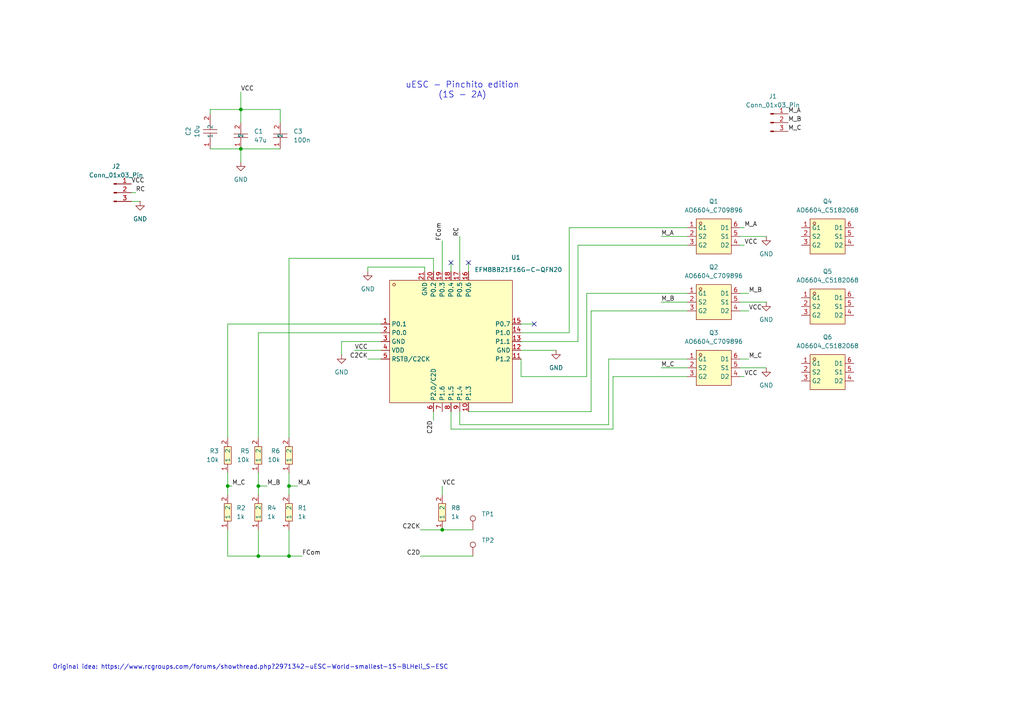
<source format=kicad_sch>
(kicad_sch (version 20231120) (generator "eeschema") (generator_version "8.0")
  (paper "A4")
  (lib_symbols
    (symbol "Connector:Conn_01x03_Pin" (pin_names (offset 1.016) hide)
      (property "Reference" "J" (at 0 5.08 0))
      (property "Value" "Conn_01x03_Pin" (at 0 -5.08 0))
      (symbol "Conn_01x03_Pin_1_1"
        (polyline (pts (xy 1.27 -2.54) (xy 0.8636 -2.54)) (stroke (width 0.1524)))
        (polyline (pts (xy 1.27 0) (xy 0.8636 0)) (stroke (width 0.1524)))
        (polyline (pts (xy 1.27 2.54) (xy 0.8636 2.54)) (stroke (width 0.1524)))
        (rectangle (start 0.8636 -2.413) (end 0 -2.667) (stroke (width 0.1524)) (fill (type outline)))
        (rectangle (start 0.8636 0.127) (end 0 -0.127) (stroke (width 0.1524)) (fill (type outline)))
        (rectangle (start 0.8636 2.667) (end 0 2.413) (stroke (width 0.1524)) (fill (type outline)))
        (pin passive line (at 5.08 2.54 180) (length 3.81) (name "Pin_1") (number "1"))
        (pin passive line (at 5.08 0 180) (length 3.81) (name "Pin_2") (number "2"))
        (pin passive line (at 5.08 -2.54 180) (length 3.81) (name "Pin_3") (number "3"))
      )
    )
    (symbol "Connector:TestPoint" (pin_numbers hide) (pin_names (offset 0.762) hide)
      (property "Reference" "TP" (at 0 6.858 0))
      (property "Value" "TestPoint" (at 0 5.08 0))
      (symbol "TestPoint_0_1"
        (circle (center 0 3.302) (radius 0.762))
      )
      (symbol "TestPoint_1_1"
        (pin passive line (at 0 0 90) (length 2.54) (name "1") (number "1"))
      )
    )
    (symbol "easyeda2kicad:0603WAF1001T5E"
      (property "Reference" "R" (at 0 5.08 0))
      (property "Value" "0603WAF1001T5E" (at 0 -5.08 0))
      (symbol "0603WAF1001T5E_0_1"
        (rectangle (start -2.54 1.02) (end 2.54 -1.02) (fill (type background)))
        (pin input line (at -5.08 0 0) (length 2.54) (name "1") (number "1"))
        (pin input line (at 5.08 0 180) (length 2.54) (name "2") (number "2"))
      )
    )
    (symbol "easyeda2kicad:0603WAF1002T5E"
      (property "Reference" "R" (at 0 5.08 0))
      (property "Value" "0603WAF1002T5E" (at 0 -5.08 0))
      (symbol "0603WAF1002T5E_0_1"
        (rectangle (start -2.54 1.02) (end 2.54 -1.02) (fill (type background)))
        (pin input line (at -5.08 0 0) (length 2.54) (name "1") (number "1"))
        (pin input line (at 5.08 0 180) (length 2.54) (name "2") (number "2"))
      )
    )
    (symbol "easyeda2kicad:AO6604_C5182068"
      (property "Reference" "Q" (at 0 7.62 0))
      (property "Value" "AO6604_C5182068" (at 0 -7.62 0))
      (symbol "AO6604_C5182068_0_1"
        (rectangle (start -5.08 5.08) (end 5.08 -5.08) (fill (type background)))
        (circle (center -3.81 3.81) (radius 0.38))
        (pin unspecified line (at -7.62 2.54 0) (length 2.54) (name "G1") (number "1"))
        (pin unspecified line (at -7.62 0 0) (length 2.54) (name "S2") (number "2"))
        (pin unspecified line (at -7.62 -2.54 0) (length 2.54) (name "G2") (number "3"))
        (pin unspecified line (at 7.62 -2.54 180) (length 2.54) (name "D2") (number "4"))
        (pin unspecified line (at 7.62 0 180) (length 2.54) (name "S1") (number "5"))
        (pin unspecified line (at 7.62 2.54 180) (length 2.54) (name "D1") (number "6"))
      )
    )
    (symbol "easyeda2kicad:AO6604_C709896"
      (property "Reference" "Q" (at 0 7.62 0))
      (property "Value" "AO6604_C709896" (at 0 -7.62 0))
      (symbol "AO6604_C709896_0_1"
        (rectangle (start -5.08 5.08) (end 5.08 -5.08) (fill (type background)))
        (circle (center -3.81 3.81) (radius 0.38))
        (pin unspecified line (at -7.62 2.54 0) (length 2.54) (name "G1") (number "1"))
        (pin unspecified line (at -7.62 0 0) (length 2.54) (name "S2") (number "2"))
        (pin unspecified line (at -7.62 -2.54 0) (length 2.54) (name "G2") (number "3"))
        (pin unspecified line (at 7.62 -2.54 180) (length 2.54) (name "D2") (number "4"))
        (pin unspecified line (at 7.62 0 180) (length 2.54) (name "S1") (number "5"))
        (pin unspecified line (at 7.62 2.54 180) (length 2.54) (name "D1") (number "6"))
      )
    )
    (symbol "easyeda2kicad:CL21A106KAYNNNE"
      (property "Reference" "C" (at 0 5.08 0))
      (property "Value" "CL21A106KAYNNNE" (at 0 -5.08 0))
      (symbol "CL21A106KAYNNNE_0_1"
        (polyline (pts (xy -0.51 -2.03) (xy -0.51 2.03)))
        (polyline (pts (xy -0.51 0) (xy -2.54 0)))
        (polyline (pts (xy 0.51 2.03) (xy 0.51 -2.03)))
        (polyline (pts (xy 2.54 0) (xy 0.51 0)))
        (pin unspecified line (at -5.08 0 0) (length 2.54) (name "1") (number "1"))
        (pin unspecified line (at 5.08 0 180) (length 2.54) (name "2") (number "2"))
      )
    )
    (symbol "easyeda2kicad:CL21A476MQYNNNE"
      (property "Reference" "C" (at 0 5.08 0))
      (property "Value" "CL21A476MQYNNNE" (at 0 -5.08 0))
      (symbol "CL21A476MQYNNNE_0_1"
        (polyline (pts (xy -1.27 0) (xy -0.51 0)))
        (polyline (pts (xy -0.51 2.03) (xy -0.51 -2.03)))
        (polyline (pts (xy 0.51 0) (xy 1.27 0)))
        (polyline (pts (xy 0.51 2.03) (xy 0.51 -2.03)))
        (pin input line (at -3.81 0 0) (length 2.54) (name "1") (number "1"))
        (pin input line (at 3.81 0 180) (length 2.54) (name "2") (number "2"))
      )
    )
    (symbol "easyeda2kicad:CL21B104KCFNNNE"
      (property "Reference" "C" (at 0 5.08 0))
      (property "Value" "CL21B104KCFNNNE" (at 0 -5.08 0))
      (symbol "CL21B104KCFNNNE_0_1"
        (polyline (pts (xy -1.27 0) (xy -0.51 0)))
        (polyline (pts (xy -0.51 2.03) (xy -0.51 -2.03)))
        (polyline (pts (xy 0.51 0) (xy 1.27 0)))
        (polyline (pts (xy 0.51 2.03) (xy 0.51 -2.03)))
        (pin input line (at -3.81 0 0) (length 2.54) (name "1") (number "1"))
        (pin input line (at 3.81 0 180) (length 2.54) (name "2") (number "2"))
      )
    )
    (symbol "easyeda2kicad:EFM8BB21F16G-C-QFN20"
      (property "Reference" "U" (at 0 25.4 0))
      (property "Value" "EFM8BB21F16G-C-QFN20" (at 0 -25.4 0))
      (symbol "EFM8BB21F16G-C-QFN20_0_1"
        (rectangle (start -17.78 17.78) (end 17.78 -17.78) (fill (type background)))
        (circle (center -16.51 16.51) (radius 0.38))
        (pin unspecified line (at -20.32 5.08 0) (length 2.54) (name "P0.1") (number "1"))
        (pin unspecified line (at 5.08 -20.32 90) (length 2.54) (name "P1.3") (number "10"))
        (pin unspecified line (at 20.32 -5.08 180) (length 2.54) (name "P1.2") (number "11"))
        (pin unspecified line (at 20.32 -2.54 180) (length 2.54) (name "GND") (number "12"))
        (pin unspecified line (at 20.32 0 180) (length 2.54) (name "P1.1") (number "13"))
        (pin unspecified line (at 20.32 2.54 180) (length 2.54) (name "P1.0") (number "14"))
        (pin unspecified line (at 20.32 5.08 180) (length 2.54) (name "P0.7") (number "15"))
        (pin unspecified line (at 5.08 20.32 270) (length 2.54) (name "P0.6") (number "16"))
        (pin unspecified line (at 2.54 20.32 270) (length 2.54) (name "P0.5") (number "17"))
        (pin unspecified line (at 0 20.32 270) (length 2.54) (name "P0.4") (number "18"))
        (pin unspecified line (at -2.54 20.32 270) (length 2.54) (name "P0.3") (number "19"))
        (pin unspecified line (at -20.32 2.54 0) (length 2.54) (name "P0.0") (number "2"))
        (pin unspecified line (at -5.08 20.32 270) (length 2.54) (name "P0.2") (number "20"))
        (pin unspecified line (at -7.62 20.32 270) (length 2.54) (name "GND") (number "21"))
        (pin unspecified line (at -20.32 0 0) (length 2.54) (name "GND") (number "3"))
        (pin unspecified line (at -20.32 -2.54 0) (length 2.54) (name "VDD") (number "4"))
        (pin unspecified line (at -20.32 -5.08 0) (length 2.54) (name "RSTB/C2CK") (number "5"))
        (pin unspecified line (at -5.08 -20.32 90) (length 2.54) (name "P2.0/C2D") (number "6"))
        (pin unspecified line (at -2.54 -20.32 90) (length 2.54) (name "P1.6") (number "7"))
        (pin unspecified line (at 0 -20.32 90) (length 2.54) (name "P1.5") (number "8"))
        (pin unspecified line (at 2.54 -20.32 90) (length 2.54) (name "P1.4") (number "9"))
      )
    )
    (symbol "power:GND" (power) (pin_numbers hide) (pin_names (offset 0) hide)
      (property "Value" "GND" (at 0 -3.81 0))
      (symbol "GND_0_1"
        (polyline (pts (xy 0 0) (xy 0 -1.27) (xy 1.27 -1.27) (xy 0 -2.54) (xy -1.27 -1.27) (xy 0 -1.27)))
      )
      (symbol "GND_1_1"
        (pin power_in line (at 0 0 270) (length 0) (name "~") (number "1"))
      )
    )
  )
  (junction (at 74.93 140.97))
  (junction (at 69.85 43.18))
  (junction (at 83.82 161.29))
  (junction (at 128.27 153.67))
  (junction (at 74.93 161.29))
  (junction (at 69.85 31.75))
  (junction (at 83.82 140.97))
  (junction (at 66.04 140.97))
  (no_connect (at 130.81 76.2))
  (no_connect (at 135.89 76.2))
  (no_connect (at 154.94 93.98))
  (wire (pts (xy 177.8 124.46) (xy 130.81 124.46)))
  (wire (pts (xy 121.92 153.67) (xy 128.27 153.67)))
  (wire (pts (xy 83.82 161.29) (xy 87.63 161.29)))
  (wire (pts (xy 215.9 66.04) (xy 214.63 66.04)))
  (wire (pts (xy 199.39 104.14) (xy 176.53 104.14)))
  (wire (pts (xy 217.17 104.14) (xy 214.63 104.14)))
  (wire (pts (xy 121.92 161.29) (xy 137.16 161.29)))
  (wire (pts (xy 215.9 109.22) (xy 214.63 109.22)))
  (wire (pts (xy 191.77 87.63) (xy 199.39 87.63)))
  (wire (pts (xy 83.82 140.97) (xy 83.82 143.51)))
  (wire (pts (xy 39.37 55.88) (xy 38.1 55.88)))
  (wire (pts (xy 110.49 96.52) (xy 74.93 96.52)))
  (wire (pts (xy 222.25 87.63) (xy 214.63 87.63)))
  (wire (pts (xy 83.82 74.93) (xy 125.73 74.93)))
  (wire (pts (xy 83.82 161.29) (xy 74.93 161.29)))
  (wire (pts (xy 177.8 109.22) (xy 177.8 124.46)))
  (wire (pts (xy 199.39 66.04) (xy 165.1 66.04)))
  (wire (pts (xy 60.96 31.75) (xy 69.85 31.75)))
  (wire (pts (xy 60.96 33.02) (xy 60.96 31.75)))
  (wire (pts (xy 128.27 153.67) (xy 137.16 153.67)))
  (wire (pts (xy 176.53 123.19) (xy 133.35 123.19)))
  (wire (pts (xy 81.28 35.56) (xy 81.28 31.75)))
  (wire (pts (xy 128.27 140.97) (xy 128.27 143.51)))
  (wire (pts (xy 176.53 104.14) (xy 176.53 123.19)))
  (wire (pts (xy 83.82 74.93) (xy 83.82 127)))
  (wire (pts (xy 170.18 85.09) (xy 170.18 109.22)))
  (wire (pts (xy 81.28 31.75) (xy 69.85 31.75)))
  (wire (pts (xy 135.89 76.2) (xy 135.89 78.74)))
  (wire (pts (xy 222.25 106.68) (xy 214.63 106.68)))
  (wire (pts (xy 133.35 123.19) (xy 133.35 119.38)))
  (wire (pts (xy 99.06 102.87) (xy 99.06 99.06)))
  (wire (pts (xy 66.04 153.67) (xy 66.04 161.29)))
  (wire (pts (xy 191.77 68.58) (xy 199.39 68.58)))
  (wire (pts (xy 83.82 153.67) (xy 83.82 161.29)))
  (wire (pts (xy 199.39 85.09) (xy 170.18 85.09)))
  (wire (pts (xy 171.45 90.17) (xy 171.45 119.38)))
  (wire (pts (xy 191.77 106.68) (xy 199.39 106.68)))
  (wire (pts (xy 199.39 90.17) (xy 171.45 90.17)))
  (wire (pts (xy 60.96 43.18) (xy 69.85 43.18)))
  (wire (pts (xy 151.13 101.6) (xy 161.29 101.6)))
  (wire (pts (xy 66.04 140.97) (xy 66.04 143.51)))
  (wire (pts (xy 125.73 121.92) (xy 125.73 119.38)))
  (wire (pts (xy 167.64 99.06) (xy 151.13 99.06)))
  (wire (pts (xy 74.93 161.29) (xy 74.93 153.67)))
  (wire (pts (xy 69.85 26.67) (xy 69.85 31.75)))
  (wire (pts (xy 106.68 77.47) (xy 123.19 77.47)))
  (wire (pts (xy 74.93 137.16) (xy 74.93 140.97)))
  (wire (pts (xy 66.04 140.97) (xy 67.31 140.97)))
  (wire (pts (xy 102.87 101.6) (xy 110.49 101.6)))
  (wire (pts (xy 165.1 96.52) (xy 151.13 96.52)))
  (wire (pts (xy 130.81 76.2) (xy 130.81 78.74)))
  (wire (pts (xy 133.35 68.58) (xy 133.35 78.74)))
  (wire (pts (xy 106.68 77.47) (xy 106.68 78.74)))
  (wire (pts (xy 214.63 68.58) (xy 222.25 68.58)))
  (wire (pts (xy 74.93 140.97) (xy 77.47 140.97)))
  (wire (pts (xy 74.93 140.97) (xy 74.93 143.51)))
  (wire (pts (xy 110.49 93.98) (xy 66.04 93.98)))
  (wire (pts (xy 217.17 85.09) (xy 214.63 85.09)))
  (wire (pts (xy 130.81 124.46) (xy 130.81 119.38)))
  (wire (pts (xy 217.17 90.17) (xy 214.63 90.17)))
  (wire (pts (xy 66.04 161.29) (xy 74.93 161.29)))
  (wire (pts (xy 171.45 119.38) (xy 135.89 119.38)))
  (wire (pts (xy 165.1 66.04) (xy 165.1 96.52)))
  (wire (pts (xy 74.93 96.52) (xy 74.93 127)))
  (wire (pts (xy 83.82 137.16) (xy 83.82 140.97)))
  (wire (pts (xy 106.68 104.14) (xy 110.49 104.14)))
  (wire (pts (xy 66.04 93.98) (xy 66.04 127)))
  (wire (pts (xy 69.85 31.75) (xy 69.85 35.56)))
  (wire (pts (xy 151.13 109.22) (xy 151.13 104.14)))
  (wire (pts (xy 154.94 93.98) (xy 151.13 93.98)))
  (wire (pts (xy 125.73 78.74) (xy 125.73 74.93)))
  (wire (pts (xy 86.36 140.97) (xy 83.82 140.97)))
  (wire (pts (xy 40.64 58.42) (xy 38.1 58.42)))
  (wire (pts (xy 128.27 69.85) (xy 128.27 78.74)))
  (wire (pts (xy 170.18 109.22) (xy 151.13 109.22)))
  (wire (pts (xy 199.39 71.12) (xy 167.64 71.12)))
  (wire (pts (xy 123.19 77.47) (xy 123.19 78.74)))
  (wire (pts (xy 69.85 43.18) (xy 81.28 43.18)))
  (wire (pts (xy 99.06 99.06) (xy 110.49 99.06)))
  (wire (pts (xy 66.04 137.16) (xy 66.04 140.97)))
  (wire (pts (xy 199.39 109.22) (xy 177.8 109.22)))
  (wire (pts (xy 215.9 71.12) (xy 214.63 71.12)))
  (wire (pts (xy 167.64 71.12) (xy 167.64 99.06)))
  (wire (pts (xy 69.85 43.18) (xy 69.85 46.99)))
  (text "uESC - Pinchito edition\n(1S - 2A)" (at 134.112 26.162 0) (effects (font (size 1.778 1.778))))
  (text "Original idea: https://www.rcgroups.com/forums/showthread.php?2971342-uESC-World-smallest-1S-BLHeli_S-ESC" (at 72.644 193.548 0) (effects (font (size 1.27 1.27))))
  (label "FCom" (at 87.63 161.29 0))
  (label "M_C" (at 217.17 104.14 0))
  (label "M_A" (at 228.6 33.02 0))
  (label "RC" (at 39.37 55.88 0))
  (label "M_B" (at 191.77 87.63 0))
  (label "C2CK" (at 106.68 104.14 180))
  (label "VCC" (at 128.27 140.97 0))
  (label "M_C" (at 228.6 38.1 0))
  (label "VCC" (at 215.9 71.12 0))
  (label "C2D" (at 125.73 121.92 270))
  (label "FCom" (at 128.27 69.85 90))
  (label "M_C" (at 67.31 140.97 0))
  (label "RC" (at 133.35 68.58 90))
  (label "M_C" (at 191.77 106.68 0))
  (label "VCC" (at 102.87 101.6 0))
  (label "VCC" (at 215.9 109.22 0))
  (label "M_B" (at 217.17 85.09 0))
  (label "M_B" (at 77.47 140.97 0))
  (label "C2CK" (at 121.92 153.67 180))
  (label "M_A" (at 86.36 140.97 0))
  (label "VCC" (at 69.85 26.67 0))
  (label "M_B" (at 228.6 35.56 0))
  (label "C2D" (at 121.92 161.29 180))
  (label "M_A" (at 191.77 68.58 0))
  (label "M_A" (at 215.9 66.04 0))
  (label "VCC" (at 217.17 90.17 0))
  (label "VCC" (at 38.1 53.34 0))
  (symbol (lib_id "easyeda2kicad:0603WAF1001T5E") (at 74.93 148.59 90) (unit 1)
    (property "Reference" "R4" (at 77.47 147.3199 90) (effects (justify right)))
    (property "Value" "1k" (at 77.47 149.8599 90) (effects (justify right)))
    (property "Footprint" "component_lib:R0603" (effects (hide yes)))
    (property "Datasheet" "https://lcsc.com/product-detail/Chip-Resistor-Surface-Mount-UniOhm_1KR-1001-1_C21190.html" (effects (hide yes)))
    (property "LCSC Part" "C21190" (effects (hide yes)))
  )
  (symbol (lib_id "Connector:Conn_01x03_Pin") (at 223.52 35.56 0) (unit 1)
    (property "Reference" "J1" (at 224.155 27.94 0))
    (property "Value" "Conn_01x03_Pin" (at 224.155 30.48 0))
    (property "Footprint" "Connector_PinHeader_2.54mm:PinHeader_1x03_P2.54mm_Vertical" (effects (hide yes)))
    (property "Description" "Generic connector, single row, 01x03, script generated" (effects (hide yes)))
  )
  (symbol (lib_id "easyeda2kicad:0603WAF1001T5E") (at 66.04 148.59 90) (unit 1)
    (property "Reference" "R2" (at 68.58 147.3199 90) (effects (justify right)))
    (property "Value" "1k" (at 68.58 149.8599 90) (effects (justify right)))
    (property "Footprint" "component_lib:R0603" (effects (hide yes)))
    (property "Datasheet" "https://lcsc.com/product-detail/Chip-Resistor-Surface-Mount-UniOhm_1KR-1001-1_C21190.html" (effects (hide yes)))
    (property "LCSC Part" "C21190" (effects (hide yes)))
  )
  (symbol (lib_id "power:GND") (at 222.25 68.58 0) (unit 1)
    (property "Reference" "#PWR05" (effects (hide yes)))
    (property "Value" "GND" (at 222.25 73.66 0))
    (property "Description" "Power symbol creates a global label with name \"GND\" , ground" (effects (hide yes)))
  )
  (symbol (lib_id "power:GND") (at 222.25 106.68 0) (unit 1)
    (property "Reference" "#PWR07" (effects (hide yes)))
    (property "Value" "GND" (at 222.25 111.76 0))
    (property "Description" "Power symbol creates a global label with name \"GND\" , ground" (effects (hide yes)))
  )
  (symbol (lib_id "power:GND") (at 222.25 87.63 0) (unit 1)
    (property "Reference" "#PWR06" (effects (hide yes)))
    (property "Value" "GND" (at 222.25 92.71 0))
    (property "Description" "Power symbol creates a global label with name \"GND\" , ground" (effects (hide yes)))
  )
  (symbol (lib_id "easyeda2kicad:AO6604_C709896") (at 207.01 87.63 0) (unit 1)
    (property "Reference" "Q2" (at 207.01 77.47 0))
    (property "Value" "AO6604_C709896" (at 207.01 80.01 0))
    (property "Footprint" "component_lib:TSOP-6_L3.0-W1.5-P0.95-LS2.8-BR" (effects (hide yes)))
    (property "Datasheet" "https://lcsc.com/product-detail/MOSFET_VBsemi-Elec-AO6604_C709896.html" (effects (hide yes)))
    (property "LCSC Part" "C709896" (effects (hide yes)))
  )
  (symbol (lib_id "easyeda2kicad:CL21A106KAYNNNE") (at 60.96 38.1 90) (unit 1)
    (property "Reference" "C2" (at 54.61 38.1 0))
    (property "Value" "10u" (at 57.15 38.1 0))
    (property "Footprint" "component_lib:C0805" (effects (hide yes)))
    (property "Datasheet" "https://lcsc.com/product-detail/Multilayer-Ceramic-Capacitors-MLCC-SMD-SMT_SAMSUNG_CL21A106KAYNNNE_10uF-106-10-25V_C15850.html" (effects (hide yes)))
    (property "LCSC Part" "C15850" (effects (hide yes)))
  )
  (symbol (lib_id "easyeda2kicad:AO6604_C709896") (at 207.01 68.58 0) (unit 1)
    (property "Reference" "Q1" (at 207.01 58.42 0))
    (property "Value" "AO6604_C709896" (at 207.01 60.96 0))
    (property "Footprint" "component_lib:TSOP-6_L3.0-W1.5-P0.95-LS2.8-BR" (effects (hide yes)))
    (property "Datasheet" "https://lcsc.com/product-detail/MOSFET_VBsemi-Elec-AO6604_C709896.html" (effects (hide yes)))
    (property "LCSC Part" "C709896" (effects (hide yes)))
  )
  (symbol (lib_id "easyeda2kicad:AO6604_C5182068") (at 240.03 107.95 0) (unit 1)
    (property "Reference" "Q6" (at 240.03 97.79 0))
    (property "Value" "AO6604_C5182068" (at 240.03 100.33 0))
    (property "Footprint" "component_lib:SOT-23-6_L2.9-W1.6-P0.95-LS2.8-BL" (effects (hide yes)))
    (property "LCSC Part" "C5182068" (effects (hide yes)))
  )
  (symbol (lib_id "power:GND") (at 106.68 78.74 0) (unit 1)
    (property "Reference" "#PWR04" (effects (hide yes)))
    (property "Value" "GND" (at 106.68 83.82 0))
    (property "Description" "Power symbol creates a global label with name \"GND\" , ground" (effects (hide yes)))
  )
  (symbol (lib_id "easyeda2kicad:AO6604_C5182068") (at 240.03 88.9 0) (unit 1)
    (property "Reference" "Q5" (at 240.03 78.74 0))
    (property "Value" "AO6604_C5182068" (at 240.03 81.28 0))
    (property "Footprint" "component_lib:SOT-23-6_L2.9-W1.6-P0.95-LS2.8-BL" (effects (hide yes)))
    (property "LCSC Part" "C5182068" (effects (hide yes)))
  )
  (symbol (lib_id "easyeda2kicad:0603WAF1001T5E") (at 83.82 148.59 90) (unit 1)
    (property "Reference" "R1" (at 86.36 147.3199 90) (effects (justify right)))
    (property "Value" "1k" (at 86.36 149.8599 90) (effects (justify right)))
    (property "Footprint" "component_lib:R0603" (effects (hide yes)))
    (property "Datasheet" "https://lcsc.com/product-detail/Chip-Resistor-Surface-Mount-UniOhm_1KR-1001-1_C21190.html" (effects (hide yes)))
    (property "LCSC Part" "C21190" (effects (hide yes)))
  )
  (symbol (lib_id "easyeda2kicad:0603WAF1002T5E") (at 83.82 132.08 270) (mirror x) (unit 1)
    (property "Reference" "R6" (at 81.28 130.8099 90) (effects (justify right)))
    (property "Value" "10k" (at 81.28 133.3499 90) (effects (justify right)))
    (property "Footprint" "component_lib:R0603" (effects (hide yes)))
    (property "Datasheet" "https://lcsc.com/product-detail/Chip-Resistor-Surface-Mount-UniOhm_10KR-1002-1_C25804.html" (effects (hide yes)))
    (property "LCSC Part" "C25804" (effects (hide yes)))
  )
  (symbol (lib_id "Connector:TestPoint") (at 137.16 153.67 0) (unit 1)
    (property "Reference" "TP1" (at 139.7 149.0979 0) (effects (justify left)))
    (property "Value" "TestPoint" (effects (hide yes)))
    (property "Footprint" "TestPoint:TestPoint_Pad_1.0x1.0mm" (effects (hide yes)))
    (property "Description" "test point" (effects (hide yes)))
  )
  (symbol (lib_id "easyeda2kicad:AO6604_C5182068") (at 240.03 68.58 0) (unit 1)
    (property "Reference" "Q4" (at 240.03 58.42 0))
    (property "Value" "AO6604_C5182068" (at 240.03 60.96 0))
    (property "Footprint" "component_lib:SOT-23-6_L2.9-W1.6-P0.95-LS2.8-BL" (effects (hide yes)))
    (property "LCSC Part" "C5182068" (effects (hide yes)))
  )
  (symbol (lib_id "power:GND") (at 99.06 102.87 0) (unit 1)
    (property "Reference" "#PWR02" (effects (hide yes)))
    (property "Value" "GND" (at 99.06 107.95 0))
    (property "Description" "Power symbol creates a global label with name \"GND\" , ground" (effects (hide yes)))
  )
  (symbol (lib_id "easyeda2kicad:0603WAF1001T5E") (at 128.27 148.59 90) (unit 1)
    (property "Reference" "R8" (at 130.81 147.3199 90) (effects (justify right)))
    (property "Value" "1k" (at 130.81 149.8599 90) (effects (justify right)))
    (property "Footprint" "component_lib:R0603" (effects (hide yes)))
    (property "Datasheet" "https://lcsc.com/product-detail/Chip-Resistor-Surface-Mount-UniOhm_1KR-1001-1_C21190.html" (effects (hide yes)))
    (property "LCSC Part" "C21190" (effects (hide yes)))
  )
  (symbol (lib_id "power:GND") (at 161.29 101.6 0) (unit 1)
    (property "Reference" "#PWR03" (effects (hide yes)))
    (property "Value" "GND" (at 161.29 106.68 0))
    (property "Description" "Power symbol creates a global label with name \"GND\" , ground" (effects (hide yes)))
  )
  (symbol (lib_id "power:GND") (at 69.85 46.99 0) (unit 1)
    (property "Reference" "#PWR01" (effects (hide yes)))
    (property "Value" "GND" (at 69.85 52.07 0))
    (property "Description" "Power symbol creates a global label with name \"GND\" , ground" (effects (hide yes)))
  )
  (symbol (lib_id "easyeda2kicad:EFM8BB21F16G-C-QFN20") (at 130.81 99.06 0) (unit 1)
    (property "Reference" "U1" (at 149.606 74.676 0))
    (property "Value" "EFM8BB21F16G-C-QFN20" (at 150.368 78.232 0))
    (property "Footprint" "component_lib:QFN-20_L3.0-W3.0-P0.50-BL-EP1.7_EFM8BB21F16G" (effects (hide yes)))
    (property "Datasheet" "https://lcsc.com/product-detail/SILICON-LABS_SILICON-LABS_EFM8BB21F16G-C-QFN20_EFM8BB21F16G-C-QFN20_C80713.html" (effects (hide yes)))
    (property "LCSC Part" "C80713" (effects (hide yes)))
  )
  (symbol (lib_id "easyeda2kicad:CL21A476MQYNNNE") (at 69.85 39.37 90) (unit 1)
    (property "Reference" "C1" (at 73.66 38.0999 90) (effects (justify right)))
    (property "Value" "47u" (at 73.66 40.6399 90) (effects (justify right)))
    (property "Footprint" "component_lib:C0805" (effects (hide yes)))
    (property "Datasheet" "https://lcsc.com/product-detail/Multilayer-Ceramic-Capacitors-MLCC-SMD-SMT_SAMSUNG_CL21A476MQYNNNE_47uF-476-20-6-3V_C16780.html" (effects (hide yes)))
    (property "LCSC Part" "C16780" (effects (hide yes)))
  )
  (symbol (lib_id "Connector:Conn_01x03_Pin") (at 33.02 55.88 0) (unit 1)
    (property "Reference" "J2" (at 33.655 48.26 0))
    (property "Value" "Conn_01x03_Pin" (at 33.655 50.8 0))
    (property "Footprint" "Connector_PinHeader_2.54mm:PinHeader_1x03_P2.54mm_Vertical" (effects (hide yes)))
    (property "Description" "Generic connector, single row, 01x03, script generated" (effects (hide yes)))
  )
  (symbol (lib_id "easyeda2kicad:AO6604_C709896") (at 207.01 106.68 0) (unit 1)
    (property "Reference" "Q3" (at 207.01 96.52 0))
    (property "Value" "AO6604_C709896" (at 207.01 99.06 0))
    (property "Footprint" "component_lib:TSOP-6_L3.0-W1.5-P0.95-LS2.8-BR" (effects (hide yes)))
    (property "Datasheet" "https://lcsc.com/product-detail/MOSFET_VBsemi-Elec-AO6604_C709896.html" (effects (hide yes)))
    (property "LCSC Part" "C709896" (effects (hide yes)))
  )
  (symbol (lib_id "easyeda2kicad:0603WAF1002T5E") (at 74.93 132.08 270) (mirror x) (unit 1)
    (property "Reference" "R5" (at 72.39 130.8099 90) (effects (justify right)))
    (property "Value" "10k" (at 72.39 133.3499 90) (effects (justify right)))
    (property "Footprint" "component_lib:R0603" (effects (hide yes)))
    (property "Datasheet" "https://lcsc.com/product-detail/Chip-Resistor-Surface-Mount-UniOhm_10KR-1002-1_C25804.html" (effects (hide yes)))
    (property "LCSC Part" "C25804" (effects (hide yes)))
  )
  (symbol (lib_id "power:GND") (at 40.64 58.42 0) (unit 1)
    (property "Reference" "#PWR08" (effects (hide yes)))
    (property "Value" "GND" (at 40.64 63.5 0))
    (property "Description" "Power symbol creates a global label with name \"GND\" , ground" (effects (hide yes)))
  )
  (symbol (lib_id "easyeda2kicad:0603WAF1002T5E") (at 66.04 132.08 270) (mirror x) (unit 1)
    (property "Reference" "R3" (at 63.5 130.8099 90) (effects (justify right)))
    (property "Value" "10k" (at 63.5 133.3499 90) (effects (justify right)))
    (property "Footprint" "component_lib:R0603" (effects (hide yes)))
    (property "Datasheet" "https://lcsc.com/product-detail/Chip-Resistor-Surface-Mount-UniOhm_10KR-1002-1_C25804.html" (effects (hide yes)))
    (property "LCSC Part" "C25804" (effects (hide yes)))
  )
  (symbol (lib_id "Connector:TestPoint") (at 137.16 161.29 0) (unit 1)
    (property "Reference" "TP2" (at 139.7 156.7179 0) (effects (justify left)))
    (property "Value" "TestPoint" (effects (hide yes)))
    (property "Footprint" "TestPoint:TestPoint_Pad_1.0x1.0mm" (effects (hide yes)))
    (property "Description" "test point" (effects (hide yes)))
  )
  (symbol (lib_id "easyeda2kicad:CL21B104KCFNNNE") (at 81.28 39.37 90) (unit 1)
    (property "Reference" "C3" (at 85.09 38.0999 90) (effects (justify right)))
    (property "Value" "100n" (at 85.09 40.6399 90) (effects (justify right)))
    (property "Footprint" "component_lib:C0805" (effects (hide yes)))
    (property "Datasheet" "https://lcsc.com/product-detail/Multilayer-Ceramic-Capacitors-MLCC-SMD-SMT_SAMSUNG_CL21B104KCFNNNE_100nF-104-10-100V_C28233.html" (effects (hide yes)))
    (property "LCSC Part" "C28233" (effects (hide yes)))
  )
)
</source>
